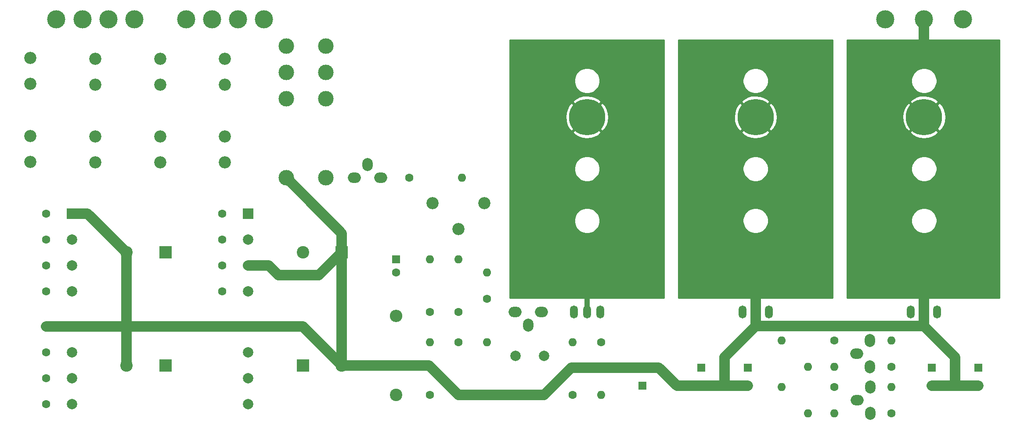
<source format=gtl>
G04 #@! TF.GenerationSoftware,KiCad,Pcbnew,(5.1.7)-1*
G04 #@! TF.CreationDate,2022-11-12T18:17:31+01:00*
G04 #@! TF.ProjectId,Netzteil-Modul,4e65747a-7465-4696-9c2d-4d6f64756c2e,rev?*
G04 #@! TF.SameCoordinates,Original*
G04 #@! TF.FileFunction,Copper,L1,Top*
G04 #@! TF.FilePolarity,Positive*
%FSLAX46Y46*%
G04 Gerber Fmt 4.6, Leading zero omitted, Abs format (unit mm)*
G04 Created by KiCad (PCBNEW (5.1.7)-1) date 2022-11-12 18:17:31*
%MOMM*%
%LPD*%
G01*
G04 APERTURE LIST*
G04 #@! TA.AperFunction,ComponentPad*
%ADD10O,1.600000X1.600000*%
G04 #@! TD*
G04 #@! TA.AperFunction,ComponentPad*
%ADD11C,7.000000*%
G04 #@! TD*
G04 #@! TA.AperFunction,ComponentPad*
%ADD12C,1.600000*%
G04 #@! TD*
G04 #@! TA.AperFunction,ComponentPad*
%ADD13R,2.400000X2.400000*%
G04 #@! TD*
G04 #@! TA.AperFunction,ComponentPad*
%ADD14C,2.400000*%
G04 #@! TD*
G04 #@! TA.AperFunction,ComponentPad*
%ADD15C,3.000000*%
G04 #@! TD*
G04 #@! TA.AperFunction,ComponentPad*
%ADD16C,2.350000*%
G04 #@! TD*
G04 #@! TA.AperFunction,ComponentPad*
%ADD17R,1.600000X1.600000*%
G04 #@! TD*
G04 #@! TA.AperFunction,ComponentPad*
%ADD18C,2.000000*%
G04 #@! TD*
G04 #@! TA.AperFunction,ComponentPad*
%ADD19O,2.400000X2.400000*%
G04 #@! TD*
G04 #@! TA.AperFunction,ComponentPad*
%ADD20O,2.000000X2.500000*%
G04 #@! TD*
G04 #@! TA.AperFunction,ComponentPad*
%ADD21O,2.500000X2.000000*%
G04 #@! TD*
G04 #@! TA.AperFunction,ComponentPad*
%ADD22C,2.340000*%
G04 #@! TD*
G04 #@! TA.AperFunction,ComponentPad*
%ADD23O,1.500000X2.500000*%
G04 #@! TD*
G04 #@! TA.AperFunction,ComponentPad*
%ADD24R,2.000000X2.000000*%
G04 #@! TD*
G04 #@! TA.AperFunction,ComponentPad*
%ADD25C,3.500000*%
G04 #@! TD*
G04 #@! TA.AperFunction,Conductor*
%ADD26C,2.000000*%
G04 #@! TD*
G04 #@! TA.AperFunction,Conductor*
%ADD27C,1.000000*%
G04 #@! TD*
G04 #@! TA.AperFunction,Conductor*
%ADD28C,0.254000*%
G04 #@! TD*
G04 #@! TA.AperFunction,Conductor*
%ADD29C,0.100000*%
G04 #@! TD*
G04 APERTURE END LIST*
D10*
X212500000Y-122040000D03*
X207420000Y-122040000D03*
X212500000Y-131040000D03*
X207420000Y-131040000D03*
D11*
X164800000Y-73875000D03*
X229800000Y-73875000D03*
X197300000Y-73875000D03*
D12*
X94500000Y-102500000D03*
X94500000Y-107500000D03*
X94500000Y-97500000D03*
X94500000Y-92500000D03*
X60500000Y-107500000D03*
X60500000Y-102500000D03*
X60500000Y-97500000D03*
X60500000Y-92500000D03*
X60500000Y-119300000D03*
X60500000Y-114300000D03*
X60500000Y-129300000D03*
X60500000Y-124300000D03*
X134500000Y-111500000D03*
D10*
X134500000Y-101340000D03*
D12*
X162000000Y-127500000D03*
D10*
X162000000Y-117340000D03*
D13*
X83500000Y-121800000D03*
D14*
X76000000Y-121800000D03*
D15*
X106800000Y-85600000D03*
X114420000Y-85600000D03*
X114420000Y-70360000D03*
X114420000Y-65280000D03*
X114420000Y-60200000D03*
X106800000Y-70360000D03*
X106800000Y-65280000D03*
X106800000Y-60200000D03*
D16*
X95000000Y-77600000D03*
X95000000Y-82600000D03*
X95000000Y-67600000D03*
X95000000Y-62600000D03*
X57500000Y-77500000D03*
X57500000Y-82500000D03*
X57500000Y-67500000D03*
X57500000Y-62500000D03*
D17*
X195800000Y-122250000D03*
D12*
X195800000Y-125750000D03*
D17*
X186800000Y-122250000D03*
D12*
X186800000Y-125750000D03*
D17*
X240300000Y-122250000D03*
D12*
X240300000Y-125750000D03*
D17*
X231300000Y-122250000D03*
D12*
X231300000Y-125750000D03*
D17*
X175500000Y-125750000D03*
D12*
X175500000Y-122250000D03*
D17*
X128000000Y-101340000D03*
D12*
X128000000Y-103840000D03*
X145500000Y-108960000D03*
D10*
X145500000Y-103880000D03*
D18*
X151000000Y-120000000D03*
X151000000Y-127500000D03*
X156500000Y-120000000D03*
X156500000Y-127500000D03*
D14*
X128000000Y-127500000D03*
D19*
X128000000Y-112260000D03*
D10*
X145500000Y-127500000D03*
X145500000Y-117340000D03*
D20*
X122520000Y-83060000D03*
D21*
X119980000Y-85600000D03*
X125060000Y-85600000D03*
D12*
X140000000Y-117340000D03*
D10*
X140000000Y-127500000D03*
D12*
X167500000Y-117340000D03*
D10*
X167500000Y-127500000D03*
D12*
X140000000Y-111500000D03*
D10*
X140000000Y-101340000D03*
D12*
X134500000Y-127500000D03*
D10*
X134500000Y-117340000D03*
D12*
X130560000Y-85600000D03*
D10*
X140720000Y-85600000D03*
D12*
X223500000Y-131040000D03*
D10*
X223500000Y-125960000D03*
X223500000Y-116960000D03*
D12*
X223500000Y-122040000D03*
D21*
X216850000Y-128500000D03*
D20*
X219390000Y-131040000D03*
X219390000Y-125960000D03*
D21*
X216840000Y-119500000D03*
D20*
X219380000Y-122040000D03*
X219380000Y-116960000D03*
D12*
X212500000Y-125960000D03*
D10*
X202340000Y-125960000D03*
D12*
X212500000Y-116960000D03*
D10*
X202340000Y-116960000D03*
D22*
X135000000Y-90500000D03*
X140000000Y-95500000D03*
X145000000Y-90500000D03*
D20*
X153460000Y-114040000D03*
D21*
X156000000Y-111500000D03*
X150920000Y-111500000D03*
D23*
X227260000Y-111500000D03*
X229800000Y-111500000D03*
X232340000Y-111500000D03*
X194760000Y-111500000D03*
X197300000Y-111500000D03*
X199840000Y-111500000D03*
X162260000Y-111500000D03*
X164800000Y-111500000D03*
X167340000Y-111500000D03*
D13*
X117500000Y-100000000D03*
D14*
X110000000Y-100000000D03*
D13*
X110000000Y-121800000D03*
D14*
X117500000Y-121800000D03*
D13*
X83500000Y-100000000D03*
D14*
X76000000Y-100000000D03*
D24*
X65500000Y-92500000D03*
D18*
X65500000Y-97500000D03*
X65500000Y-102500000D03*
X65500000Y-107500000D03*
X99500000Y-107500000D03*
X99500000Y-102500000D03*
X99500000Y-97500000D03*
D24*
X99500000Y-92500000D03*
X99500000Y-114300000D03*
D18*
X99500000Y-119300000D03*
X99500000Y-124300000D03*
X99500000Y-129300000D03*
D24*
X65500000Y-114300000D03*
D18*
X65500000Y-119300000D03*
X65500000Y-124300000D03*
X65500000Y-129300000D03*
D16*
X82500000Y-77600000D03*
X82500000Y-82600000D03*
X82500000Y-67600000D03*
X82500000Y-62600000D03*
X70000000Y-77600000D03*
X70000000Y-82600000D03*
X70000000Y-67600000D03*
X70000000Y-62600000D03*
D25*
X237300000Y-55000000D03*
X229800000Y-55000000D03*
X222300000Y-55000000D03*
X102500000Y-55000000D03*
X97500000Y-55000000D03*
X92500000Y-55000000D03*
X87500000Y-55000000D03*
X77500000Y-55000000D03*
X72500000Y-55000000D03*
X67500000Y-55000000D03*
X62500000Y-55000000D03*
D26*
X111200000Y-90000000D02*
X106800000Y-85600000D01*
X117500000Y-100000000D02*
X117500000Y-121800000D01*
X117500000Y-100000000D02*
X113100000Y-104400000D01*
X113100000Y-104400000D02*
X105300000Y-104400000D01*
X103400000Y-102500000D02*
X99500000Y-102500000D01*
X105300000Y-104400000D02*
X103400000Y-102500000D01*
X110000000Y-114300000D02*
X117500000Y-121800000D01*
X99500000Y-114300000D02*
X110000000Y-114300000D01*
X68500000Y-92500000D02*
X76000000Y-100000000D01*
X65500000Y-92500000D02*
X68500000Y-92500000D01*
X76300000Y-114300000D02*
X76000000Y-114000000D01*
X76000000Y-114000000D02*
X76000000Y-100000000D01*
X99500000Y-114300000D02*
X76300000Y-114300000D01*
X76000000Y-121800000D02*
X76000000Y-114000000D01*
X117500000Y-96300000D02*
X111200000Y-90000000D01*
X117500000Y-100000000D02*
X117500000Y-96300000D01*
X140000000Y-127500000D02*
X156500000Y-127500000D01*
X134300000Y-121800000D02*
X140000000Y-127500000D01*
X117500000Y-121800000D02*
X134300000Y-121800000D01*
X229800000Y-55000000D02*
X229800000Y-62000000D01*
X235800000Y-125400000D02*
X236150000Y-125750000D01*
X236150000Y-125750000D02*
X231300000Y-125750000D01*
X240300000Y-125750000D02*
X236150000Y-125750000D01*
X190850000Y-125750000D02*
X195800000Y-125750000D01*
X186800000Y-125750000D02*
X190850000Y-125750000D01*
X229800000Y-111500000D02*
X229800000Y-114200000D01*
X229800000Y-114200000D02*
X197300000Y-114200000D01*
X197300000Y-114200000D02*
X197300000Y-111500000D01*
X235800000Y-120200000D02*
X229800000Y-114200000D01*
X235800000Y-122900000D02*
X235800000Y-120200000D01*
X235800000Y-120600000D02*
X235800000Y-122900000D01*
X235800000Y-122900000D02*
X235800000Y-125400000D01*
X191300000Y-120200000D02*
X197300000Y-114200000D01*
X191300000Y-125300000D02*
X191300000Y-120200000D01*
X190850000Y-125750000D02*
X191300000Y-125300000D01*
X186800000Y-125750000D02*
X182150000Y-125750000D01*
X178650000Y-122250000D02*
X175500000Y-122250000D01*
X182150000Y-125750000D02*
X178650000Y-122250000D01*
X161750000Y-122250000D02*
X156500000Y-127500000D01*
X175500000Y-122250000D02*
X161750000Y-122250000D01*
X197300000Y-111500000D02*
X197300000Y-105900000D01*
X229800000Y-111500000D02*
X229800000Y-105200000D01*
X65500000Y-114300000D02*
X99500000Y-114300000D01*
X60500000Y-114300000D02*
X65500000Y-114300000D01*
D27*
X164800000Y-111500000D02*
X164800000Y-106200000D01*
D28*
X212173000Y-108748000D02*
X182427000Y-108748000D01*
X182427000Y-93631917D01*
X194831942Y-93631917D01*
X194831942Y-94118083D01*
X194926788Y-94594906D01*
X195112835Y-95044064D01*
X195382934Y-95448295D01*
X195726705Y-95792066D01*
X196130936Y-96062165D01*
X196580094Y-96248212D01*
X197056917Y-96343058D01*
X197543083Y-96343058D01*
X198019906Y-96248212D01*
X198469064Y-96062165D01*
X198873295Y-95792066D01*
X199217066Y-95448295D01*
X199487165Y-95044064D01*
X199673212Y-94594906D01*
X199768058Y-94118083D01*
X199768058Y-93631917D01*
X199673212Y-93155094D01*
X199487165Y-92705936D01*
X199217066Y-92301705D01*
X198873295Y-91957934D01*
X198469064Y-91687835D01*
X198019906Y-91501788D01*
X197543083Y-91406942D01*
X197056917Y-91406942D01*
X196580094Y-91501788D01*
X196130936Y-91687835D01*
X195726705Y-91957934D01*
X195382934Y-92301705D01*
X195112835Y-92705936D01*
X194926788Y-93155094D01*
X194831942Y-93631917D01*
X182427000Y-93631917D01*
X182427000Y-83631917D01*
X194831942Y-83631917D01*
X194831942Y-84118083D01*
X194926788Y-84594906D01*
X195112835Y-85044064D01*
X195382934Y-85448295D01*
X195726705Y-85792066D01*
X196130936Y-86062165D01*
X196580094Y-86248212D01*
X197056917Y-86343058D01*
X197543083Y-86343058D01*
X198019906Y-86248212D01*
X198469064Y-86062165D01*
X198873295Y-85792066D01*
X199217066Y-85448295D01*
X199487165Y-85044064D01*
X199673212Y-84594906D01*
X199768058Y-84118083D01*
X199768058Y-83631917D01*
X199673212Y-83155094D01*
X199487165Y-82705936D01*
X199217066Y-82301705D01*
X198873295Y-81957934D01*
X198469064Y-81687835D01*
X198019906Y-81501788D01*
X197543083Y-81406942D01*
X197056917Y-81406942D01*
X196580094Y-81501788D01*
X196130936Y-81687835D01*
X195726705Y-81957934D01*
X195382934Y-82301705D01*
X195112835Y-82705936D01*
X194926788Y-83155094D01*
X194831942Y-83631917D01*
X182427000Y-83631917D01*
X182427000Y-76789155D01*
X194565450Y-76789155D01*
X194961634Y-77309550D01*
X195676612Y-77699748D01*
X196453976Y-77942964D01*
X197263853Y-78029851D01*
X198075118Y-77957069D01*
X198856597Y-77727415D01*
X199578256Y-77349715D01*
X199638366Y-77309550D01*
X200034550Y-76789155D01*
X197300000Y-74054605D01*
X194565450Y-76789155D01*
X182427000Y-76789155D01*
X182427000Y-73838853D01*
X193145149Y-73838853D01*
X193217931Y-74650118D01*
X193447585Y-75431597D01*
X193825285Y-76153256D01*
X193865450Y-76213366D01*
X194385845Y-76609550D01*
X197120395Y-73875000D01*
X197479605Y-73875000D01*
X200214155Y-76609550D01*
X200734550Y-76213366D01*
X201124748Y-75498388D01*
X201367964Y-74721024D01*
X201454851Y-73911147D01*
X201382069Y-73099882D01*
X201152415Y-72318403D01*
X200774715Y-71596744D01*
X200734550Y-71536634D01*
X200214155Y-71140450D01*
X197479605Y-73875000D01*
X197120395Y-73875000D01*
X194385845Y-71140450D01*
X193865450Y-71536634D01*
X193475252Y-72251612D01*
X193232036Y-73028976D01*
X193145149Y-73838853D01*
X182427000Y-73838853D01*
X182427000Y-70960845D01*
X194565450Y-70960845D01*
X197300000Y-73695395D01*
X200034550Y-70960845D01*
X199638366Y-70440450D01*
X198923388Y-70050252D01*
X198146024Y-69807036D01*
X197336147Y-69720149D01*
X196524882Y-69792931D01*
X195743403Y-70022585D01*
X195021744Y-70400285D01*
X194961634Y-70440450D01*
X194565450Y-70960845D01*
X182427000Y-70960845D01*
X182427000Y-66631917D01*
X194831942Y-66631917D01*
X194831942Y-67118083D01*
X194926788Y-67594906D01*
X195112835Y-68044064D01*
X195382934Y-68448295D01*
X195726705Y-68792066D01*
X196130936Y-69062165D01*
X196580094Y-69248212D01*
X197056917Y-69343058D01*
X197543083Y-69343058D01*
X198019906Y-69248212D01*
X198469064Y-69062165D01*
X198873295Y-68792066D01*
X199217066Y-68448295D01*
X199487165Y-68044064D01*
X199673212Y-67594906D01*
X199768058Y-67118083D01*
X199768058Y-66631917D01*
X199673212Y-66155094D01*
X199487165Y-65705936D01*
X199217066Y-65301705D01*
X198873295Y-64957934D01*
X198469064Y-64687835D01*
X198019906Y-64501788D01*
X197543083Y-64406942D01*
X197056917Y-64406942D01*
X196580094Y-64501788D01*
X196130936Y-64687835D01*
X195726705Y-64957934D01*
X195382934Y-65301705D01*
X195112835Y-65705936D01*
X194926788Y-66155094D01*
X194831942Y-66631917D01*
X182427000Y-66631917D01*
X182427000Y-59002000D01*
X212173000Y-59002000D01*
X212173000Y-108748000D01*
G04 #@! TA.AperFunction,Conductor*
D29*
G36*
X212173000Y-108748000D02*
G01*
X182427000Y-108748000D01*
X182427000Y-93631917D01*
X194831942Y-93631917D01*
X194831942Y-94118083D01*
X194926788Y-94594906D01*
X195112835Y-95044064D01*
X195382934Y-95448295D01*
X195726705Y-95792066D01*
X196130936Y-96062165D01*
X196580094Y-96248212D01*
X197056917Y-96343058D01*
X197543083Y-96343058D01*
X198019906Y-96248212D01*
X198469064Y-96062165D01*
X198873295Y-95792066D01*
X199217066Y-95448295D01*
X199487165Y-95044064D01*
X199673212Y-94594906D01*
X199768058Y-94118083D01*
X199768058Y-93631917D01*
X199673212Y-93155094D01*
X199487165Y-92705936D01*
X199217066Y-92301705D01*
X198873295Y-91957934D01*
X198469064Y-91687835D01*
X198019906Y-91501788D01*
X197543083Y-91406942D01*
X197056917Y-91406942D01*
X196580094Y-91501788D01*
X196130936Y-91687835D01*
X195726705Y-91957934D01*
X195382934Y-92301705D01*
X195112835Y-92705936D01*
X194926788Y-93155094D01*
X194831942Y-93631917D01*
X182427000Y-93631917D01*
X182427000Y-83631917D01*
X194831942Y-83631917D01*
X194831942Y-84118083D01*
X194926788Y-84594906D01*
X195112835Y-85044064D01*
X195382934Y-85448295D01*
X195726705Y-85792066D01*
X196130936Y-86062165D01*
X196580094Y-86248212D01*
X197056917Y-86343058D01*
X197543083Y-86343058D01*
X198019906Y-86248212D01*
X198469064Y-86062165D01*
X198873295Y-85792066D01*
X199217066Y-85448295D01*
X199487165Y-85044064D01*
X199673212Y-84594906D01*
X199768058Y-84118083D01*
X199768058Y-83631917D01*
X199673212Y-83155094D01*
X199487165Y-82705936D01*
X199217066Y-82301705D01*
X198873295Y-81957934D01*
X198469064Y-81687835D01*
X198019906Y-81501788D01*
X197543083Y-81406942D01*
X197056917Y-81406942D01*
X196580094Y-81501788D01*
X196130936Y-81687835D01*
X195726705Y-81957934D01*
X195382934Y-82301705D01*
X195112835Y-82705936D01*
X194926788Y-83155094D01*
X194831942Y-83631917D01*
X182427000Y-83631917D01*
X182427000Y-76789155D01*
X194565450Y-76789155D01*
X194961634Y-77309550D01*
X195676612Y-77699748D01*
X196453976Y-77942964D01*
X197263853Y-78029851D01*
X198075118Y-77957069D01*
X198856597Y-77727415D01*
X199578256Y-77349715D01*
X199638366Y-77309550D01*
X200034550Y-76789155D01*
X197300000Y-74054605D01*
X194565450Y-76789155D01*
X182427000Y-76789155D01*
X182427000Y-73838853D01*
X193145149Y-73838853D01*
X193217931Y-74650118D01*
X193447585Y-75431597D01*
X193825285Y-76153256D01*
X193865450Y-76213366D01*
X194385845Y-76609550D01*
X197120395Y-73875000D01*
X197479605Y-73875000D01*
X200214155Y-76609550D01*
X200734550Y-76213366D01*
X201124748Y-75498388D01*
X201367964Y-74721024D01*
X201454851Y-73911147D01*
X201382069Y-73099882D01*
X201152415Y-72318403D01*
X200774715Y-71596744D01*
X200734550Y-71536634D01*
X200214155Y-71140450D01*
X197479605Y-73875000D01*
X197120395Y-73875000D01*
X194385845Y-71140450D01*
X193865450Y-71536634D01*
X193475252Y-72251612D01*
X193232036Y-73028976D01*
X193145149Y-73838853D01*
X182427000Y-73838853D01*
X182427000Y-70960845D01*
X194565450Y-70960845D01*
X197300000Y-73695395D01*
X200034550Y-70960845D01*
X199638366Y-70440450D01*
X198923388Y-70050252D01*
X198146024Y-69807036D01*
X197336147Y-69720149D01*
X196524882Y-69792931D01*
X195743403Y-70022585D01*
X195021744Y-70400285D01*
X194961634Y-70440450D01*
X194565450Y-70960845D01*
X182427000Y-70960845D01*
X182427000Y-66631917D01*
X194831942Y-66631917D01*
X194831942Y-67118083D01*
X194926788Y-67594906D01*
X195112835Y-68044064D01*
X195382934Y-68448295D01*
X195726705Y-68792066D01*
X196130936Y-69062165D01*
X196580094Y-69248212D01*
X197056917Y-69343058D01*
X197543083Y-69343058D01*
X198019906Y-69248212D01*
X198469064Y-69062165D01*
X198873295Y-68792066D01*
X199217066Y-68448295D01*
X199487165Y-68044064D01*
X199673212Y-67594906D01*
X199768058Y-67118083D01*
X199768058Y-66631917D01*
X199673212Y-66155094D01*
X199487165Y-65705936D01*
X199217066Y-65301705D01*
X198873295Y-64957934D01*
X198469064Y-64687835D01*
X198019906Y-64501788D01*
X197543083Y-64406942D01*
X197056917Y-64406942D01*
X196580094Y-64501788D01*
X196130936Y-64687835D01*
X195726705Y-64957934D01*
X195382934Y-65301705D01*
X195112835Y-65705936D01*
X194926788Y-66155094D01*
X194831942Y-66631917D01*
X182427000Y-66631917D01*
X182427000Y-59002000D01*
X212173000Y-59002000D01*
X212173000Y-108748000D01*
G37*
G04 #@! TD.AperFunction*
D28*
X244290000Y-108748000D02*
X214927000Y-108748000D01*
X214927000Y-93631917D01*
X227331942Y-93631917D01*
X227331942Y-94118083D01*
X227426788Y-94594906D01*
X227612835Y-95044064D01*
X227882934Y-95448295D01*
X228226705Y-95792066D01*
X228630936Y-96062165D01*
X229080094Y-96248212D01*
X229556917Y-96343058D01*
X230043083Y-96343058D01*
X230519906Y-96248212D01*
X230969064Y-96062165D01*
X231373295Y-95792066D01*
X231717066Y-95448295D01*
X231987165Y-95044064D01*
X232173212Y-94594906D01*
X232268058Y-94118083D01*
X232268058Y-93631917D01*
X232173212Y-93155094D01*
X231987165Y-92705936D01*
X231717066Y-92301705D01*
X231373295Y-91957934D01*
X230969064Y-91687835D01*
X230519906Y-91501788D01*
X230043083Y-91406942D01*
X229556917Y-91406942D01*
X229080094Y-91501788D01*
X228630936Y-91687835D01*
X228226705Y-91957934D01*
X227882934Y-92301705D01*
X227612835Y-92705936D01*
X227426788Y-93155094D01*
X227331942Y-93631917D01*
X214927000Y-93631917D01*
X214927000Y-83631917D01*
X227331942Y-83631917D01*
X227331942Y-84118083D01*
X227426788Y-84594906D01*
X227612835Y-85044064D01*
X227882934Y-85448295D01*
X228226705Y-85792066D01*
X228630936Y-86062165D01*
X229080094Y-86248212D01*
X229556917Y-86343058D01*
X230043083Y-86343058D01*
X230519906Y-86248212D01*
X230969064Y-86062165D01*
X231373295Y-85792066D01*
X231717066Y-85448295D01*
X231987165Y-85044064D01*
X232173212Y-84594906D01*
X232268058Y-84118083D01*
X232268058Y-83631917D01*
X232173212Y-83155094D01*
X231987165Y-82705936D01*
X231717066Y-82301705D01*
X231373295Y-81957934D01*
X230969064Y-81687835D01*
X230519906Y-81501788D01*
X230043083Y-81406942D01*
X229556917Y-81406942D01*
X229080094Y-81501788D01*
X228630936Y-81687835D01*
X228226705Y-81957934D01*
X227882934Y-82301705D01*
X227612835Y-82705936D01*
X227426788Y-83155094D01*
X227331942Y-83631917D01*
X214927000Y-83631917D01*
X214927000Y-76789155D01*
X227065450Y-76789155D01*
X227461634Y-77309550D01*
X228176612Y-77699748D01*
X228953976Y-77942964D01*
X229763853Y-78029851D01*
X230575118Y-77957069D01*
X231356597Y-77727415D01*
X232078256Y-77349715D01*
X232138366Y-77309550D01*
X232534550Y-76789155D01*
X229800000Y-74054605D01*
X227065450Y-76789155D01*
X214927000Y-76789155D01*
X214927000Y-73838853D01*
X225645149Y-73838853D01*
X225717931Y-74650118D01*
X225947585Y-75431597D01*
X226325285Y-76153256D01*
X226365450Y-76213366D01*
X226885845Y-76609550D01*
X229620395Y-73875000D01*
X229979605Y-73875000D01*
X232714155Y-76609550D01*
X233234550Y-76213366D01*
X233624748Y-75498388D01*
X233867964Y-74721024D01*
X233954851Y-73911147D01*
X233882069Y-73099882D01*
X233652415Y-72318403D01*
X233274715Y-71596744D01*
X233234550Y-71536634D01*
X232714155Y-71140450D01*
X229979605Y-73875000D01*
X229620395Y-73875000D01*
X226885845Y-71140450D01*
X226365450Y-71536634D01*
X225975252Y-72251612D01*
X225732036Y-73028976D01*
X225645149Y-73838853D01*
X214927000Y-73838853D01*
X214927000Y-70960845D01*
X227065450Y-70960845D01*
X229800000Y-73695395D01*
X232534550Y-70960845D01*
X232138366Y-70440450D01*
X231423388Y-70050252D01*
X230646024Y-69807036D01*
X229836147Y-69720149D01*
X229024882Y-69792931D01*
X228243403Y-70022585D01*
X227521744Y-70400285D01*
X227461634Y-70440450D01*
X227065450Y-70960845D01*
X214927000Y-70960845D01*
X214927000Y-66631917D01*
X227331942Y-66631917D01*
X227331942Y-67118083D01*
X227426788Y-67594906D01*
X227612835Y-68044064D01*
X227882934Y-68448295D01*
X228226705Y-68792066D01*
X228630936Y-69062165D01*
X229080094Y-69248212D01*
X229556917Y-69343058D01*
X230043083Y-69343058D01*
X230519906Y-69248212D01*
X230969064Y-69062165D01*
X231373295Y-68792066D01*
X231717066Y-68448295D01*
X231987165Y-68044064D01*
X232173212Y-67594906D01*
X232268058Y-67118083D01*
X232268058Y-66631917D01*
X232173212Y-66155094D01*
X231987165Y-65705936D01*
X231717066Y-65301705D01*
X231373295Y-64957934D01*
X230969064Y-64687835D01*
X230519906Y-64501788D01*
X230043083Y-64406942D01*
X229556917Y-64406942D01*
X229080094Y-64501788D01*
X228630936Y-64687835D01*
X228226705Y-64957934D01*
X227882934Y-65301705D01*
X227612835Y-65705936D01*
X227426788Y-66155094D01*
X227331942Y-66631917D01*
X214927000Y-66631917D01*
X214927000Y-59002000D01*
X244290001Y-59002000D01*
X244290000Y-108748000D01*
G04 #@! TA.AperFunction,Conductor*
D29*
G36*
X244290000Y-108748000D02*
G01*
X214927000Y-108748000D01*
X214927000Y-93631917D01*
X227331942Y-93631917D01*
X227331942Y-94118083D01*
X227426788Y-94594906D01*
X227612835Y-95044064D01*
X227882934Y-95448295D01*
X228226705Y-95792066D01*
X228630936Y-96062165D01*
X229080094Y-96248212D01*
X229556917Y-96343058D01*
X230043083Y-96343058D01*
X230519906Y-96248212D01*
X230969064Y-96062165D01*
X231373295Y-95792066D01*
X231717066Y-95448295D01*
X231987165Y-95044064D01*
X232173212Y-94594906D01*
X232268058Y-94118083D01*
X232268058Y-93631917D01*
X232173212Y-93155094D01*
X231987165Y-92705936D01*
X231717066Y-92301705D01*
X231373295Y-91957934D01*
X230969064Y-91687835D01*
X230519906Y-91501788D01*
X230043083Y-91406942D01*
X229556917Y-91406942D01*
X229080094Y-91501788D01*
X228630936Y-91687835D01*
X228226705Y-91957934D01*
X227882934Y-92301705D01*
X227612835Y-92705936D01*
X227426788Y-93155094D01*
X227331942Y-93631917D01*
X214927000Y-93631917D01*
X214927000Y-83631917D01*
X227331942Y-83631917D01*
X227331942Y-84118083D01*
X227426788Y-84594906D01*
X227612835Y-85044064D01*
X227882934Y-85448295D01*
X228226705Y-85792066D01*
X228630936Y-86062165D01*
X229080094Y-86248212D01*
X229556917Y-86343058D01*
X230043083Y-86343058D01*
X230519906Y-86248212D01*
X230969064Y-86062165D01*
X231373295Y-85792066D01*
X231717066Y-85448295D01*
X231987165Y-85044064D01*
X232173212Y-84594906D01*
X232268058Y-84118083D01*
X232268058Y-83631917D01*
X232173212Y-83155094D01*
X231987165Y-82705936D01*
X231717066Y-82301705D01*
X231373295Y-81957934D01*
X230969064Y-81687835D01*
X230519906Y-81501788D01*
X230043083Y-81406942D01*
X229556917Y-81406942D01*
X229080094Y-81501788D01*
X228630936Y-81687835D01*
X228226705Y-81957934D01*
X227882934Y-82301705D01*
X227612835Y-82705936D01*
X227426788Y-83155094D01*
X227331942Y-83631917D01*
X214927000Y-83631917D01*
X214927000Y-76789155D01*
X227065450Y-76789155D01*
X227461634Y-77309550D01*
X228176612Y-77699748D01*
X228953976Y-77942964D01*
X229763853Y-78029851D01*
X230575118Y-77957069D01*
X231356597Y-77727415D01*
X232078256Y-77349715D01*
X232138366Y-77309550D01*
X232534550Y-76789155D01*
X229800000Y-74054605D01*
X227065450Y-76789155D01*
X214927000Y-76789155D01*
X214927000Y-73838853D01*
X225645149Y-73838853D01*
X225717931Y-74650118D01*
X225947585Y-75431597D01*
X226325285Y-76153256D01*
X226365450Y-76213366D01*
X226885845Y-76609550D01*
X229620395Y-73875000D01*
X229979605Y-73875000D01*
X232714155Y-76609550D01*
X233234550Y-76213366D01*
X233624748Y-75498388D01*
X233867964Y-74721024D01*
X233954851Y-73911147D01*
X233882069Y-73099882D01*
X233652415Y-72318403D01*
X233274715Y-71596744D01*
X233234550Y-71536634D01*
X232714155Y-71140450D01*
X229979605Y-73875000D01*
X229620395Y-73875000D01*
X226885845Y-71140450D01*
X226365450Y-71536634D01*
X225975252Y-72251612D01*
X225732036Y-73028976D01*
X225645149Y-73838853D01*
X214927000Y-73838853D01*
X214927000Y-70960845D01*
X227065450Y-70960845D01*
X229800000Y-73695395D01*
X232534550Y-70960845D01*
X232138366Y-70440450D01*
X231423388Y-70050252D01*
X230646024Y-69807036D01*
X229836147Y-69720149D01*
X229024882Y-69792931D01*
X228243403Y-70022585D01*
X227521744Y-70400285D01*
X227461634Y-70440450D01*
X227065450Y-70960845D01*
X214927000Y-70960845D01*
X214927000Y-66631917D01*
X227331942Y-66631917D01*
X227331942Y-67118083D01*
X227426788Y-67594906D01*
X227612835Y-68044064D01*
X227882934Y-68448295D01*
X228226705Y-68792066D01*
X228630936Y-69062165D01*
X229080094Y-69248212D01*
X229556917Y-69343058D01*
X230043083Y-69343058D01*
X230519906Y-69248212D01*
X230969064Y-69062165D01*
X231373295Y-68792066D01*
X231717066Y-68448295D01*
X231987165Y-68044064D01*
X232173212Y-67594906D01*
X232268058Y-67118083D01*
X232268058Y-66631917D01*
X232173212Y-66155094D01*
X231987165Y-65705936D01*
X231717066Y-65301705D01*
X231373295Y-64957934D01*
X230969064Y-64687835D01*
X230519906Y-64501788D01*
X230043083Y-64406942D01*
X229556917Y-64406942D01*
X229080094Y-64501788D01*
X228630936Y-64687835D01*
X228226705Y-64957934D01*
X227882934Y-65301705D01*
X227612835Y-65705936D01*
X227426788Y-66155094D01*
X227331942Y-66631917D01*
X214927000Y-66631917D01*
X214927000Y-59002000D01*
X244290001Y-59002000D01*
X244290000Y-108748000D01*
G37*
G04 #@! TD.AperFunction*
D28*
X179673000Y-108748000D02*
X149927000Y-108748000D01*
X149927000Y-93631917D01*
X162331942Y-93631917D01*
X162331942Y-94118083D01*
X162426788Y-94594906D01*
X162612835Y-95044064D01*
X162882934Y-95448295D01*
X163226705Y-95792066D01*
X163630936Y-96062165D01*
X164080094Y-96248212D01*
X164556917Y-96343058D01*
X165043083Y-96343058D01*
X165519906Y-96248212D01*
X165969064Y-96062165D01*
X166373295Y-95792066D01*
X166717066Y-95448295D01*
X166987165Y-95044064D01*
X167173212Y-94594906D01*
X167268058Y-94118083D01*
X167268058Y-93631917D01*
X167173212Y-93155094D01*
X166987165Y-92705936D01*
X166717066Y-92301705D01*
X166373295Y-91957934D01*
X165969064Y-91687835D01*
X165519906Y-91501788D01*
X165043083Y-91406942D01*
X164556917Y-91406942D01*
X164080094Y-91501788D01*
X163630936Y-91687835D01*
X163226705Y-91957934D01*
X162882934Y-92301705D01*
X162612835Y-92705936D01*
X162426788Y-93155094D01*
X162331942Y-93631917D01*
X149927000Y-93631917D01*
X149927000Y-83631917D01*
X162331942Y-83631917D01*
X162331942Y-84118083D01*
X162426788Y-84594906D01*
X162612835Y-85044064D01*
X162882934Y-85448295D01*
X163226705Y-85792066D01*
X163630936Y-86062165D01*
X164080094Y-86248212D01*
X164556917Y-86343058D01*
X165043083Y-86343058D01*
X165519906Y-86248212D01*
X165969064Y-86062165D01*
X166373295Y-85792066D01*
X166717066Y-85448295D01*
X166987165Y-85044064D01*
X167173212Y-84594906D01*
X167268058Y-84118083D01*
X167268058Y-83631917D01*
X167173212Y-83155094D01*
X166987165Y-82705936D01*
X166717066Y-82301705D01*
X166373295Y-81957934D01*
X165969064Y-81687835D01*
X165519906Y-81501788D01*
X165043083Y-81406942D01*
X164556917Y-81406942D01*
X164080094Y-81501788D01*
X163630936Y-81687835D01*
X163226705Y-81957934D01*
X162882934Y-82301705D01*
X162612835Y-82705936D01*
X162426788Y-83155094D01*
X162331942Y-83631917D01*
X149927000Y-83631917D01*
X149927000Y-76789155D01*
X162065450Y-76789155D01*
X162461634Y-77309550D01*
X163176612Y-77699748D01*
X163953976Y-77942964D01*
X164763853Y-78029851D01*
X165575118Y-77957069D01*
X166356597Y-77727415D01*
X167078256Y-77349715D01*
X167138366Y-77309550D01*
X167534550Y-76789155D01*
X164800000Y-74054605D01*
X162065450Y-76789155D01*
X149927000Y-76789155D01*
X149927000Y-73838853D01*
X160645149Y-73838853D01*
X160717931Y-74650118D01*
X160947585Y-75431597D01*
X161325285Y-76153256D01*
X161365450Y-76213366D01*
X161885845Y-76609550D01*
X164620395Y-73875000D01*
X164979605Y-73875000D01*
X167714155Y-76609550D01*
X168234550Y-76213366D01*
X168624748Y-75498388D01*
X168867964Y-74721024D01*
X168954851Y-73911147D01*
X168882069Y-73099882D01*
X168652415Y-72318403D01*
X168274715Y-71596744D01*
X168234550Y-71536634D01*
X167714155Y-71140450D01*
X164979605Y-73875000D01*
X164620395Y-73875000D01*
X161885845Y-71140450D01*
X161365450Y-71536634D01*
X160975252Y-72251612D01*
X160732036Y-73028976D01*
X160645149Y-73838853D01*
X149927000Y-73838853D01*
X149927000Y-70960845D01*
X162065450Y-70960845D01*
X164800000Y-73695395D01*
X167534550Y-70960845D01*
X167138366Y-70440450D01*
X166423388Y-70050252D01*
X165646024Y-69807036D01*
X164836147Y-69720149D01*
X164024882Y-69792931D01*
X163243403Y-70022585D01*
X162521744Y-70400285D01*
X162461634Y-70440450D01*
X162065450Y-70960845D01*
X149927000Y-70960845D01*
X149927000Y-66631917D01*
X162331942Y-66631917D01*
X162331942Y-67118083D01*
X162426788Y-67594906D01*
X162612835Y-68044064D01*
X162882934Y-68448295D01*
X163226705Y-68792066D01*
X163630936Y-69062165D01*
X164080094Y-69248212D01*
X164556917Y-69343058D01*
X165043083Y-69343058D01*
X165519906Y-69248212D01*
X165969064Y-69062165D01*
X166373295Y-68792066D01*
X166717066Y-68448295D01*
X166987165Y-68044064D01*
X167173212Y-67594906D01*
X167268058Y-67118083D01*
X167268058Y-66631917D01*
X167173212Y-66155094D01*
X166987165Y-65705936D01*
X166717066Y-65301705D01*
X166373295Y-64957934D01*
X165969064Y-64687835D01*
X165519906Y-64501788D01*
X165043083Y-64406942D01*
X164556917Y-64406942D01*
X164080094Y-64501788D01*
X163630936Y-64687835D01*
X163226705Y-64957934D01*
X162882934Y-65301705D01*
X162612835Y-65705936D01*
X162426788Y-66155094D01*
X162331942Y-66631917D01*
X149927000Y-66631917D01*
X149927000Y-59002000D01*
X179673000Y-59002000D01*
X179673000Y-108748000D01*
G04 #@! TA.AperFunction,Conductor*
D29*
G36*
X179673000Y-108748000D02*
G01*
X149927000Y-108748000D01*
X149927000Y-93631917D01*
X162331942Y-93631917D01*
X162331942Y-94118083D01*
X162426788Y-94594906D01*
X162612835Y-95044064D01*
X162882934Y-95448295D01*
X163226705Y-95792066D01*
X163630936Y-96062165D01*
X164080094Y-96248212D01*
X164556917Y-96343058D01*
X165043083Y-96343058D01*
X165519906Y-96248212D01*
X165969064Y-96062165D01*
X166373295Y-95792066D01*
X166717066Y-95448295D01*
X166987165Y-95044064D01*
X167173212Y-94594906D01*
X167268058Y-94118083D01*
X167268058Y-93631917D01*
X167173212Y-93155094D01*
X166987165Y-92705936D01*
X166717066Y-92301705D01*
X166373295Y-91957934D01*
X165969064Y-91687835D01*
X165519906Y-91501788D01*
X165043083Y-91406942D01*
X164556917Y-91406942D01*
X164080094Y-91501788D01*
X163630936Y-91687835D01*
X163226705Y-91957934D01*
X162882934Y-92301705D01*
X162612835Y-92705936D01*
X162426788Y-93155094D01*
X162331942Y-93631917D01*
X149927000Y-93631917D01*
X149927000Y-83631917D01*
X162331942Y-83631917D01*
X162331942Y-84118083D01*
X162426788Y-84594906D01*
X162612835Y-85044064D01*
X162882934Y-85448295D01*
X163226705Y-85792066D01*
X163630936Y-86062165D01*
X164080094Y-86248212D01*
X164556917Y-86343058D01*
X165043083Y-86343058D01*
X165519906Y-86248212D01*
X165969064Y-86062165D01*
X166373295Y-85792066D01*
X166717066Y-85448295D01*
X166987165Y-85044064D01*
X167173212Y-84594906D01*
X167268058Y-84118083D01*
X167268058Y-83631917D01*
X167173212Y-83155094D01*
X166987165Y-82705936D01*
X166717066Y-82301705D01*
X166373295Y-81957934D01*
X165969064Y-81687835D01*
X165519906Y-81501788D01*
X165043083Y-81406942D01*
X164556917Y-81406942D01*
X164080094Y-81501788D01*
X163630936Y-81687835D01*
X163226705Y-81957934D01*
X162882934Y-82301705D01*
X162612835Y-82705936D01*
X162426788Y-83155094D01*
X162331942Y-83631917D01*
X149927000Y-83631917D01*
X149927000Y-76789155D01*
X162065450Y-76789155D01*
X162461634Y-77309550D01*
X163176612Y-77699748D01*
X163953976Y-77942964D01*
X164763853Y-78029851D01*
X165575118Y-77957069D01*
X166356597Y-77727415D01*
X167078256Y-77349715D01*
X167138366Y-77309550D01*
X167534550Y-76789155D01*
X164800000Y-74054605D01*
X162065450Y-76789155D01*
X149927000Y-76789155D01*
X149927000Y-73838853D01*
X160645149Y-73838853D01*
X160717931Y-74650118D01*
X160947585Y-75431597D01*
X161325285Y-76153256D01*
X161365450Y-76213366D01*
X161885845Y-76609550D01*
X164620395Y-73875000D01*
X164979605Y-73875000D01*
X167714155Y-76609550D01*
X168234550Y-76213366D01*
X168624748Y-75498388D01*
X168867964Y-74721024D01*
X168954851Y-73911147D01*
X168882069Y-73099882D01*
X168652415Y-72318403D01*
X168274715Y-71596744D01*
X168234550Y-71536634D01*
X167714155Y-71140450D01*
X164979605Y-73875000D01*
X164620395Y-73875000D01*
X161885845Y-71140450D01*
X161365450Y-71536634D01*
X160975252Y-72251612D01*
X160732036Y-73028976D01*
X160645149Y-73838853D01*
X149927000Y-73838853D01*
X149927000Y-70960845D01*
X162065450Y-70960845D01*
X164800000Y-73695395D01*
X167534550Y-70960845D01*
X167138366Y-70440450D01*
X166423388Y-70050252D01*
X165646024Y-69807036D01*
X164836147Y-69720149D01*
X164024882Y-69792931D01*
X163243403Y-70022585D01*
X162521744Y-70400285D01*
X162461634Y-70440450D01*
X162065450Y-70960845D01*
X149927000Y-70960845D01*
X149927000Y-66631917D01*
X162331942Y-66631917D01*
X162331942Y-67118083D01*
X162426788Y-67594906D01*
X162612835Y-68044064D01*
X162882934Y-68448295D01*
X163226705Y-68792066D01*
X163630936Y-69062165D01*
X164080094Y-69248212D01*
X164556917Y-69343058D01*
X165043083Y-69343058D01*
X165519906Y-69248212D01*
X165969064Y-69062165D01*
X166373295Y-68792066D01*
X166717066Y-68448295D01*
X166987165Y-68044064D01*
X167173212Y-67594906D01*
X167268058Y-67118083D01*
X167268058Y-66631917D01*
X167173212Y-66155094D01*
X166987165Y-65705936D01*
X166717066Y-65301705D01*
X166373295Y-64957934D01*
X165969064Y-64687835D01*
X165519906Y-64501788D01*
X165043083Y-64406942D01*
X164556917Y-64406942D01*
X164080094Y-64501788D01*
X163630936Y-64687835D01*
X163226705Y-64957934D01*
X162882934Y-65301705D01*
X162612835Y-65705936D01*
X162426788Y-66155094D01*
X162331942Y-66631917D01*
X149927000Y-66631917D01*
X149927000Y-59002000D01*
X179673000Y-59002000D01*
X179673000Y-108748000D01*
G37*
G04 #@! TD.AperFunction*
M02*

</source>
